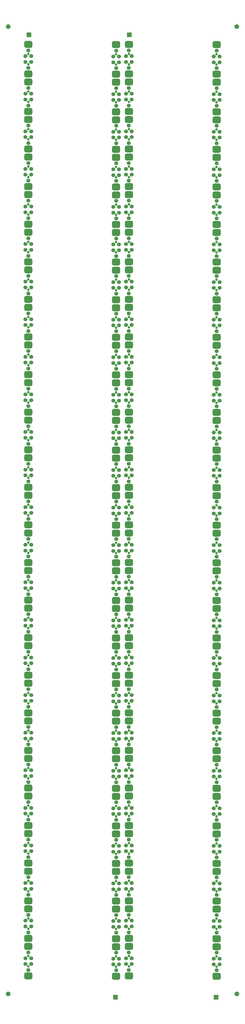
<source format=gbs>
G04 #@! TF.GenerationSoftware,KiCad,Pcbnew,6.0.0-rc2-unknown-a17a58203b~144~ubuntu21.04.1*
G04 #@! TF.CreationDate,2022-06-23T18:37:22+02:00*
G04 #@! TF.ProjectId,out,6f75742e-6b69-4636-9164-5f7063625858,rev?*
G04 #@! TF.SameCoordinates,Original*
G04 #@! TF.FileFunction,Soldermask,Bot*
G04 #@! TF.FilePolarity,Negative*
%FSLAX46Y46*%
G04 Gerber Fmt 4.6, Leading zero omitted, Abs format (unit mm)*
G04 Created by KiCad (PCBNEW 6.0.0-rc2-unknown-a17a58203b~144~ubuntu21.04.1) date 2022-06-23 18:37:22*
%MOMM*%
%LPD*%
G01*
G04 APERTURE LIST*
G04 Aperture macros list*
%AMRoundRect*
0 Rectangle with rounded corners*
0 $1 Rounding radius*
0 $2 $3 $4 $5 $6 $7 $8 $9 X,Y pos of 4 corners*
0 Add a 4 corners polygon primitive as box body*
4,1,4,$2,$3,$4,$5,$6,$7,$8,$9,$2,$3,0*
0 Add four circle primitives for the rounded corners*
1,1,$1+$1,$2,$3*
1,1,$1+$1,$4,$5*
1,1,$1+$1,$6,$7*
1,1,$1+$1,$8,$9*
0 Add four rect primitives between the rounded corners*
20,1,$1+$1,$2,$3,$4,$5,0*
20,1,$1+$1,$4,$5,$6,$7,0*
20,1,$1+$1,$6,$7,$8,$9,0*
20,1,$1+$1,$8,$9,$2,$3,0*%
G04 Aperture macros list end*
%ADD10RoundRect,0.750000X1.000060X0.750000X-1.000060X0.750000X-1.000060X-0.750000X1.000060X-0.750000X0*%
%ADD11O,3.500120X1.501140*%
%ADD12C,1.099820*%
%ADD13RoundRect,0.750000X-1.000060X-0.750000X1.000060X-0.750000X1.000060X0.750000X-1.000060X0.750000X0*%
%ADD14C,2.000000*%
%ADD15C,1.700000*%
%ADD16R,2.000000X2.000000*%
G04 APERTURE END LIST*
D10*
X94334999Y-252454999D03*
X94334999Y-239654999D03*
D11*
X94323179Y-240348839D03*
X94323179Y-251748359D03*
D12*
X94323179Y-248299039D03*
X94323179Y-243798159D03*
D11*
X12776820Y-158851639D03*
D13*
X12765000Y-158144999D03*
X12765000Y-170944999D03*
D11*
X12776820Y-170251159D03*
D12*
X12776820Y-162300959D03*
X12776820Y-166801839D03*
D11*
X56326820Y-240226639D03*
D13*
X56315000Y-252319999D03*
X56315000Y-239519999D03*
D11*
X56326820Y-251626159D03*
D12*
X56326820Y-243675959D03*
X56326820Y-248176839D03*
D11*
X56326820Y-305326640D03*
D13*
X56315000Y-304620000D03*
D11*
X56326820Y-316726160D03*
D13*
X56315000Y-317420000D03*
D12*
X56326820Y-308775960D03*
X56326820Y-313276840D03*
D11*
X94323179Y-28773839D03*
D10*
X94334999Y-40879999D03*
X94334999Y-28079999D03*
D11*
X94323179Y-40173359D03*
D12*
X94323179Y-36724039D03*
X94323179Y-32223159D03*
D11*
X56326820Y-105151160D03*
D13*
X56315000Y-93045000D03*
D11*
X56326820Y-93751640D03*
D13*
X56315000Y-105845000D03*
D12*
X56326820Y-97200960D03*
X56326820Y-101701840D03*
D11*
X94323179Y-333123359D03*
X94323179Y-321723839D03*
D10*
X94334999Y-333829999D03*
X94334999Y-321029999D03*
D12*
X94323179Y-329674039D03*
X94323179Y-325173159D03*
D11*
X94323179Y-414498359D03*
D10*
X94334999Y-402404999D03*
X94334999Y-415204999D03*
D11*
X94323179Y-403098839D03*
D12*
X94323179Y-411049039D03*
X94323179Y-406548159D03*
D11*
X50773179Y-207798839D03*
D10*
X50784999Y-207104999D03*
X50784999Y-219904999D03*
D11*
X50773179Y-219198359D03*
D12*
X50773179Y-215749039D03*
X50773179Y-211248159D03*
D11*
X94323179Y-349398360D03*
D10*
X94334999Y-337305000D03*
X94334999Y-350105000D03*
D11*
X94323179Y-337998840D03*
D12*
X94323179Y-345949040D03*
X94323179Y-341448160D03*
D13*
X56315000Y-268595000D03*
X56315000Y-255795000D03*
D11*
X56326820Y-256501640D03*
X56326820Y-267901160D03*
D12*
X56326820Y-259950960D03*
X56326820Y-264451840D03*
D10*
X50784999Y-89705000D03*
X50784999Y-76905000D03*
D11*
X50773179Y-88998360D03*
X50773179Y-77598840D03*
D12*
X50773179Y-85549040D03*
X50773179Y-81048160D03*
D11*
X12776820Y-28651639D03*
X12776820Y-40051159D03*
D13*
X12765000Y-27944999D03*
X12765000Y-40744999D03*
D12*
X12776820Y-32100959D03*
X12776820Y-36601839D03*
D11*
X50773179Y-337998840D03*
D10*
X50784999Y-350105000D03*
D11*
X50773179Y-349398360D03*
D10*
X50784999Y-337305000D03*
D12*
X50773179Y-345949040D03*
X50773179Y-341448160D03*
D13*
X56315000Y-57020000D03*
D11*
X56326820Y-56326160D03*
X56326820Y-44926640D03*
D13*
X56315000Y-44220000D03*
D12*
X56326820Y-48375960D03*
X56326820Y-52876840D03*
D11*
X50773179Y-110148840D03*
D10*
X50784999Y-122255000D03*
X50784999Y-109455000D03*
D11*
X50773179Y-121548360D03*
D12*
X50773179Y-118099040D03*
X50773179Y-113598160D03*
D11*
X56326820Y-386701640D03*
D13*
X56315000Y-398795000D03*
D11*
X56326820Y-398101160D03*
D13*
X56315000Y-385995000D03*
D12*
X56326820Y-390150960D03*
X56326820Y-394651840D03*
D11*
X50773179Y-235473359D03*
D10*
X50784999Y-223379999D03*
D11*
X50773179Y-224073839D03*
D10*
X50784999Y-236179999D03*
D12*
X50773179Y-232024039D03*
X50773179Y-227523159D03*
D13*
X12765000Y-366244999D03*
D11*
X12776820Y-354151639D03*
X12776820Y-365551159D03*
D13*
X12765000Y-353444999D03*
D12*
X12776820Y-357600959D03*
X12776820Y-362101839D03*
D10*
X94334999Y-109455000D03*
X94334999Y-122255000D03*
D11*
X94323179Y-110148840D03*
X94323179Y-121548360D03*
D12*
X94323179Y-118099040D03*
X94323179Y-113598160D03*
D10*
X94334999Y-207104999D03*
X94334999Y-219904999D03*
D11*
X94323179Y-219198359D03*
X94323179Y-207798839D03*
D12*
X94323179Y-215749039D03*
X94323179Y-211248159D03*
D11*
X12776820Y-414376159D03*
D13*
X12765000Y-415069999D03*
X12765000Y-402269999D03*
D11*
X12776820Y-402976639D03*
D12*
X12776820Y-406425959D03*
X12776820Y-410926839D03*
D10*
X94334999Y-11805000D03*
X94334999Y-24605000D03*
D11*
X94323179Y-23898360D03*
X94323179Y-12498840D03*
D12*
X94323179Y-20449040D03*
X94323179Y-15948160D03*
D11*
X56326820Y-333001159D03*
X56326820Y-321601639D03*
D13*
X56315000Y-320894999D03*
X56315000Y-333694999D03*
D12*
X56326820Y-325050959D03*
X56326820Y-329551839D03*
D11*
X94323179Y-268023360D03*
D10*
X94334999Y-255930000D03*
D11*
X94323179Y-256623840D03*
D10*
X94334999Y-268730000D03*
D12*
X94323179Y-264574040D03*
X94323179Y-260073160D03*
D11*
X94323179Y-186648360D03*
D10*
X94334999Y-187355000D03*
X94334999Y-174555000D03*
D11*
X94323179Y-175248840D03*
D12*
X94323179Y-183199040D03*
X94323179Y-178698160D03*
D13*
X56315000Y-158144999D03*
D11*
X56326820Y-170251159D03*
D13*
X56315000Y-170944999D03*
D11*
X56326820Y-158851639D03*
D12*
X56326820Y-162300959D03*
X56326820Y-166801839D03*
D10*
X50784999Y-252454999D03*
D11*
X50773179Y-240348839D03*
X50773179Y-251748359D03*
D10*
X50784999Y-239654999D03*
D12*
X50773179Y-248299039D03*
X50773179Y-243798159D03*
D13*
X12765000Y-236044999D03*
D11*
X12776820Y-235351159D03*
D13*
X12765000Y-223244999D03*
D11*
X12776820Y-223951639D03*
D12*
X12776820Y-227400959D03*
X12776820Y-231901839D03*
D13*
X12765000Y-268595000D03*
D11*
X12776820Y-256501640D03*
X12776820Y-267901160D03*
D13*
X12765000Y-255795000D03*
D12*
X12776820Y-259950960D03*
X12776820Y-264451840D03*
D10*
X94334999Y-93180000D03*
D11*
X94323179Y-93873840D03*
X94323179Y-105273360D03*
D10*
X94334999Y-105980000D03*
D12*
X94323179Y-101824040D03*
X94323179Y-97323160D03*
D11*
X94323179Y-300573359D03*
D10*
X94334999Y-288479999D03*
D11*
X94323179Y-289173839D03*
D10*
X94334999Y-301279999D03*
D12*
X94323179Y-297124039D03*
X94323179Y-292623159D03*
D11*
X50773179Y-170373359D03*
X50773179Y-158973839D03*
D10*
X50784999Y-158279999D03*
X50784999Y-171079999D03*
D12*
X50773179Y-166924039D03*
X50773179Y-162423159D03*
D11*
X50773179Y-398223360D03*
X50773179Y-386823840D03*
D10*
X50784999Y-386130000D03*
X50784999Y-398930000D03*
D12*
X50773179Y-394774040D03*
X50773179Y-390273160D03*
D10*
X94334999Y-236179999D03*
D11*
X94323179Y-235473359D03*
X94323179Y-224073839D03*
D10*
X94334999Y-223379999D03*
D12*
X94323179Y-232024039D03*
X94323179Y-227523159D03*
D11*
X50773179Y-202923359D03*
X50773179Y-191523839D03*
D10*
X50784999Y-190829999D03*
X50784999Y-203629999D03*
D12*
X50773179Y-199474039D03*
X50773179Y-194973159D03*
D11*
X50773179Y-40173359D03*
D10*
X50784999Y-40879999D03*
X50784999Y-28079999D03*
D11*
X50773179Y-28773839D03*
D12*
X50773179Y-36724039D03*
X50773179Y-32223159D03*
D11*
X50773179Y-23898360D03*
X50773179Y-12498840D03*
D10*
X50784999Y-24605000D03*
X50784999Y-11805000D03*
D12*
X50773179Y-20449040D03*
X50773179Y-15948160D03*
D13*
X12765000Y-89570000D03*
D11*
X12776820Y-88876160D03*
X12776820Y-77476640D03*
D13*
X12765000Y-76770000D03*
D12*
X12776820Y-80925960D03*
X12776820Y-85426840D03*
D13*
X56315000Y-415069999D03*
X56315000Y-402269999D03*
D11*
X56326820Y-414376159D03*
X56326820Y-402976639D03*
D12*
X56326820Y-406425959D03*
X56326820Y-410926839D03*
D13*
X56315000Y-206969999D03*
D11*
X56326820Y-207676639D03*
D13*
X56315000Y-219769999D03*
D11*
X56326820Y-219076159D03*
D12*
X56326820Y-211125959D03*
X56326820Y-215626839D03*
D13*
X56315000Y-190694999D03*
D11*
X56326820Y-202801159D03*
X56326820Y-191401639D03*
D13*
X56315000Y-203494999D03*
D12*
X56326820Y-194850959D03*
X56326820Y-199351839D03*
D11*
X50773179Y-256623840D03*
D10*
X50784999Y-268730000D03*
X50784999Y-255930000D03*
D11*
X50773179Y-268023360D03*
D12*
X50773179Y-264574040D03*
X50773179Y-260073160D03*
D11*
X56326820Y-88876160D03*
D13*
X56315000Y-89570000D03*
D11*
X56326820Y-77476640D03*
D13*
X56315000Y-76770000D03*
D12*
X56326820Y-80925960D03*
X56326820Y-85426840D03*
D10*
X50784999Y-317555000D03*
D11*
X50773179Y-316848360D03*
X50773179Y-305448840D03*
D10*
X50784999Y-304755000D03*
D12*
X50773179Y-313399040D03*
X50773179Y-308898160D03*
D11*
X12776820Y-153976159D03*
D13*
X12765000Y-141869999D03*
X12765000Y-154669999D03*
D11*
X12776820Y-142576639D03*
D12*
X12776820Y-146025959D03*
X12776820Y-150526839D03*
D10*
X50784999Y-154804999D03*
D11*
X50773179Y-142698839D03*
D10*
X50784999Y-142004999D03*
D11*
X50773179Y-154098359D03*
D12*
X50773179Y-150649039D03*
X50773179Y-146148159D03*
D11*
X56326820Y-126301639D03*
D13*
X56315000Y-125594999D03*
D11*
X56326820Y-137701159D03*
D13*
X56315000Y-138394999D03*
D12*
X56326820Y-129750959D03*
X56326820Y-134251839D03*
D14*
X103100000Y-422880000D03*
D11*
X12776820Y-337876640D03*
X12776820Y-349276160D03*
D13*
X12765000Y-349970000D03*
X12765000Y-337170000D03*
D12*
X12776820Y-341325960D03*
X12776820Y-345826840D03*
D11*
X50773179Y-321723839D03*
X50773179Y-333123359D03*
D10*
X50784999Y-333829999D03*
X50784999Y-321029999D03*
D12*
X50773179Y-329674039D03*
X50773179Y-325173159D03*
D10*
X50784999Y-301279999D03*
D11*
X50773179Y-300573359D03*
D10*
X50784999Y-288479999D03*
D11*
X50773179Y-289173839D03*
D12*
X50773179Y-297124039D03*
X50773179Y-292623159D03*
D11*
X94323179Y-77598840D03*
D10*
X94334999Y-89705000D03*
D11*
X94323179Y-88998360D03*
D10*
X94334999Y-76905000D03*
D12*
X94323179Y-85549040D03*
X94323179Y-81048160D03*
D11*
X94323179Y-137823359D03*
D10*
X94334999Y-125729999D03*
D11*
X94323179Y-126423839D03*
D10*
X94334999Y-138529999D03*
D12*
X94323179Y-134374039D03*
X94323179Y-129873159D03*
D14*
X103100000Y-4000000D03*
D13*
X56315000Y-301144999D03*
X56315000Y-288344999D03*
D11*
X56326820Y-289051639D03*
X56326820Y-300451159D03*
D12*
X56326820Y-292500959D03*
X56326820Y-297001839D03*
D11*
X12776820Y-305326640D03*
D13*
X12765000Y-304620000D03*
D11*
X12776820Y-316726160D03*
D13*
X12765000Y-317420000D03*
D12*
X12776820Y-308775960D03*
X12776820Y-313276840D03*
D13*
X56315000Y-187220000D03*
D11*
X56326820Y-175126640D03*
D13*
X56315000Y-174420000D03*
D11*
X56326820Y-186526160D03*
D12*
X56326820Y-178575960D03*
X56326820Y-183076840D03*
D11*
X56326820Y-354151639D03*
D13*
X56315000Y-366244999D03*
X56315000Y-353444999D03*
D11*
X56326820Y-365551159D03*
D12*
X56326820Y-357600959D03*
X56326820Y-362101839D03*
D11*
X12776820Y-386701640D03*
D13*
X12765000Y-398795000D03*
X12765000Y-385995000D03*
D11*
X12776820Y-398101160D03*
D12*
X12776820Y-390150960D03*
X12776820Y-394651840D03*
D11*
X56326820Y-349276160D03*
X56326820Y-337876640D03*
D13*
X56315000Y-349970000D03*
X56315000Y-337170000D03*
D12*
X56326820Y-341325960D03*
X56326820Y-345826840D03*
D11*
X94323179Y-191523839D03*
X94323179Y-202923359D03*
D10*
X94334999Y-190829999D03*
X94334999Y-203629999D03*
D12*
X94323179Y-199474039D03*
X94323179Y-194973159D03*
D11*
X56326820Y-153976159D03*
D13*
X56315000Y-154669999D03*
X56315000Y-141869999D03*
D11*
X56326820Y-142576639D03*
D12*
X56326820Y-146025959D03*
X56326820Y-150526839D03*
D10*
X50784999Y-187355000D03*
X50784999Y-174555000D03*
D11*
X50773179Y-175248840D03*
X50773179Y-186648360D03*
D12*
X50773179Y-183199040D03*
X50773179Y-178698160D03*
D13*
X56315000Y-223244999D03*
D11*
X56326820Y-223951639D03*
X56326820Y-235351159D03*
D13*
X56315000Y-236044999D03*
D12*
X56326820Y-227400959D03*
X56326820Y-231901839D03*
D13*
X12765000Y-206969999D03*
D11*
X12776820Y-207676639D03*
X12776820Y-219076159D03*
D13*
X12765000Y-219769999D03*
D12*
X12776820Y-211125959D03*
X12776820Y-215626839D03*
D13*
X56315000Y-382519999D03*
D11*
X56326820Y-381826159D03*
X56326820Y-370426639D03*
D13*
X56315000Y-369719999D03*
D12*
X56326820Y-373875959D03*
X56326820Y-378376839D03*
D10*
X94334999Y-353579999D03*
D11*
X94323179Y-365673359D03*
D10*
X94334999Y-366379999D03*
D11*
X94323179Y-354273839D03*
D12*
X94323179Y-362224039D03*
X94323179Y-357723159D03*
D11*
X12776820Y-251626159D03*
X12776820Y-240226639D03*
D13*
X12765000Y-239519999D03*
X12765000Y-252319999D03*
D12*
X12776820Y-243675959D03*
X12776820Y-248176839D03*
D11*
X12776820Y-191401639D03*
D13*
X12765000Y-203494999D03*
D11*
X12776820Y-202801159D03*
D13*
X12765000Y-190694999D03*
D12*
X12776820Y-194850959D03*
X12776820Y-199351839D03*
D11*
X56326820Y-110026640D03*
D13*
X56315000Y-109320000D03*
X56315000Y-122120000D03*
D11*
X56326820Y-121426160D03*
D12*
X56326820Y-113475960D03*
X56326820Y-117976840D03*
D11*
X12776820Y-105151160D03*
D13*
X12765000Y-93045000D03*
D11*
X12776820Y-93751640D03*
D13*
X12765000Y-105845000D03*
D12*
X12776820Y-97200960D03*
X12776820Y-101701840D03*
D13*
X12765000Y-122120000D03*
X12765000Y-109320000D03*
D11*
X12776820Y-110026640D03*
X12776820Y-121426160D03*
D12*
X12776820Y-113475960D03*
X12776820Y-117976840D03*
D13*
X12765000Y-288344999D03*
D11*
X12776820Y-289051639D03*
X12776820Y-300451159D03*
D13*
X12765000Y-301144999D03*
D12*
X12776820Y-292500959D03*
X12776820Y-297001839D03*
D10*
X50784999Y-60629999D03*
D11*
X50773179Y-61323839D03*
D10*
X50784999Y-73429999D03*
D11*
X50773179Y-72723359D03*
D12*
X50773179Y-69274039D03*
X50773179Y-64773159D03*
D11*
X94323179Y-386823840D03*
X94323179Y-398223360D03*
D10*
X94334999Y-386130000D03*
X94334999Y-398930000D03*
D12*
X94323179Y-394774040D03*
X94323179Y-390273160D03*
D10*
X50784999Y-44355000D03*
D11*
X50773179Y-45048840D03*
X50773179Y-56448360D03*
D10*
X50784999Y-57155000D03*
D12*
X50773179Y-52999040D03*
X50773179Y-48498160D03*
D11*
X56326820Y-12376640D03*
D13*
X56315000Y-24470000D03*
D11*
X56326820Y-23776160D03*
D13*
X56315000Y-11670000D03*
D12*
X56326820Y-15825960D03*
X56326820Y-20326840D03*
D10*
X50784999Y-402404999D03*
D11*
X50773179Y-414498359D03*
X50773179Y-403098839D03*
D10*
X50784999Y-415204999D03*
D12*
X50773179Y-411049039D03*
X50773179Y-406548159D03*
D13*
X12765000Y-60494999D03*
X12765000Y-73294999D03*
D11*
X12776820Y-72601159D03*
X12776820Y-61201639D03*
D12*
X12776820Y-64650959D03*
X12776820Y-69151839D03*
D10*
X50784999Y-366379999D03*
D11*
X50773179Y-365673359D03*
X50773179Y-354273839D03*
D10*
X50784999Y-353579999D03*
D12*
X50773179Y-362224039D03*
X50773179Y-357723159D03*
D11*
X56326820Y-28651639D03*
X56326820Y-40051159D03*
D13*
X56315000Y-40744999D03*
X56315000Y-27944999D03*
D12*
X56326820Y-32100959D03*
X56326820Y-36601839D03*
D11*
X12776820Y-321601639D03*
D13*
X12765000Y-320894999D03*
D11*
X12776820Y-333001159D03*
D13*
X12765000Y-333694999D03*
D12*
X12776820Y-325050959D03*
X12776820Y-329551839D03*
D14*
X4000000Y-4000000D03*
D11*
X12776820Y-12376640D03*
X12776820Y-23776160D03*
D13*
X12765000Y-24470000D03*
X12765000Y-11670000D03*
D12*
X12776820Y-15825960D03*
X12776820Y-20326840D03*
D11*
X94323179Y-381948359D03*
X94323179Y-370548839D03*
D10*
X94334999Y-382654999D03*
X94334999Y-369854999D03*
D12*
X94323179Y-378499039D03*
X94323179Y-373998159D03*
D13*
X12765000Y-382519999D03*
D11*
X12776820Y-370426639D03*
X12776820Y-381826159D03*
D13*
X12765000Y-369719999D03*
D12*
X12776820Y-373875959D03*
X12776820Y-378376839D03*
D11*
X94323179Y-316848360D03*
D10*
X94334999Y-304755000D03*
D11*
X94323179Y-305448840D03*
D10*
X94334999Y-317555000D03*
D12*
X94323179Y-313399040D03*
X94323179Y-308898160D03*
D13*
X12765000Y-272069999D03*
D11*
X12776820Y-272776639D03*
X12776820Y-284176159D03*
D13*
X12765000Y-284869999D03*
D12*
X12776820Y-276225959D03*
X12776820Y-280726839D03*
D10*
X94334999Y-57155000D03*
D11*
X94323179Y-45048840D03*
D10*
X94334999Y-44355000D03*
D11*
X94323179Y-56448360D03*
D12*
X94323179Y-52999040D03*
X94323179Y-48498160D03*
D11*
X12776820Y-186526160D03*
D13*
X12765000Y-174420000D03*
X12765000Y-187220000D03*
D11*
X12776820Y-175126640D03*
D12*
X12776820Y-178575960D03*
X12776820Y-183076840D03*
D10*
X50784999Y-369854999D03*
D11*
X50773179Y-370548839D03*
D10*
X50784999Y-382654999D03*
D11*
X50773179Y-381948359D03*
D12*
X50773179Y-378499039D03*
X50773179Y-373998159D03*
D11*
X12776820Y-56326160D03*
D13*
X12765000Y-44220000D03*
X12765000Y-57020000D03*
D11*
X12776820Y-44926640D03*
D12*
X12776820Y-48375960D03*
X12776820Y-52876840D03*
D11*
X94323179Y-154098359D03*
X94323179Y-142698839D03*
D10*
X94334999Y-142004999D03*
X94334999Y-154804999D03*
D12*
X94323179Y-150649039D03*
X94323179Y-146148159D03*
D10*
X50784999Y-138529999D03*
D11*
X50773179Y-126423839D03*
X50773179Y-137823359D03*
D10*
X50784999Y-125729999D03*
D12*
X50773179Y-134374039D03*
X50773179Y-129873159D03*
D10*
X94334999Y-158279999D03*
D11*
X94323179Y-170373359D03*
X94323179Y-158973839D03*
D10*
X94334999Y-171079999D03*
D12*
X94323179Y-166924039D03*
X94323179Y-162423159D03*
D11*
X50773179Y-284298359D03*
D10*
X50784999Y-272204999D03*
X50784999Y-285004999D03*
D11*
X50773179Y-272898839D03*
D12*
X50773179Y-280849039D03*
X50773179Y-276348159D03*
D11*
X94323179Y-272898839D03*
D10*
X94334999Y-285004999D03*
X94334999Y-272204999D03*
D11*
X94323179Y-284298359D03*
D12*
X94323179Y-280849039D03*
X94323179Y-276348159D03*
D11*
X56326820Y-284176159D03*
D13*
X56315000Y-284869999D03*
D11*
X56326820Y-272776639D03*
D13*
X56315000Y-272069999D03*
D12*
X56326820Y-276225959D03*
X56326820Y-280726839D03*
D11*
X56326820Y-61201639D03*
D13*
X56315000Y-60494999D03*
X56315000Y-73294999D03*
D11*
X56326820Y-72601159D03*
D12*
X56326820Y-64650959D03*
X56326820Y-69151839D03*
D14*
X4000000Y-422880000D03*
D11*
X50773179Y-93873840D03*
D10*
X50784999Y-93180000D03*
X50784999Y-105980000D03*
D11*
X50773179Y-105273360D03*
D12*
X50773179Y-101824040D03*
X50773179Y-97323160D03*
D10*
X94334999Y-73429999D03*
D11*
X94323179Y-72723359D03*
X94323179Y-61323839D03*
D10*
X94334999Y-60629999D03*
D12*
X94323179Y-69274039D03*
X94323179Y-64773159D03*
D11*
X12776820Y-137701159D03*
D13*
X12765000Y-125594999D03*
D11*
X12776820Y-126301639D03*
D13*
X12765000Y-138394999D03*
D12*
X12776820Y-129750959D03*
X12776820Y-134251839D03*
D15*
X56290000Y-95665000D03*
X57540000Y-98170000D03*
X57540000Y-100670000D03*
X56290000Y-103275000D03*
X55040000Y-98170000D03*
X55040000Y-100670000D03*
X50809999Y-233559999D03*
X49559999Y-231054999D03*
X49559999Y-228554999D03*
X50809999Y-225949999D03*
X52059999Y-231054999D03*
X52059999Y-228554999D03*
X50809999Y-87085000D03*
X49559999Y-84580000D03*
X49559999Y-82080000D03*
X50809999Y-79475000D03*
X52059999Y-84580000D03*
X52059999Y-82080000D03*
X12740000Y-372339999D03*
X13990000Y-374844999D03*
X13990000Y-377344999D03*
X12740000Y-379949999D03*
X11490000Y-374844999D03*
X11490000Y-377344999D03*
X12740000Y-177040000D03*
X13990000Y-179545000D03*
X13990000Y-182045000D03*
X12740000Y-184650000D03*
X11490000Y-179545000D03*
X11490000Y-182045000D03*
X12740000Y-290964999D03*
X13990000Y-293469999D03*
X13990000Y-295969999D03*
X12740000Y-298574999D03*
X11490000Y-293469999D03*
X11490000Y-295969999D03*
X12740000Y-258415000D03*
X13990000Y-260920000D03*
X13990000Y-263420000D03*
X12740000Y-266025000D03*
X11490000Y-260920000D03*
X11490000Y-263420000D03*
X12740000Y-404889999D03*
X13990000Y-407394999D03*
X13990000Y-409894999D03*
X12740000Y-412499999D03*
X11490000Y-407394999D03*
X11490000Y-409894999D03*
X56290000Y-193314999D03*
X57540000Y-195819999D03*
X57540000Y-198319999D03*
X56290000Y-200924999D03*
X55040000Y-195819999D03*
X55040000Y-198319999D03*
X12740000Y-46840000D03*
X13990000Y-49345000D03*
X13990000Y-51845000D03*
X12740000Y-54450000D03*
X11490000Y-49345000D03*
X11490000Y-51845000D03*
X56290000Y-111940000D03*
X57540000Y-114445000D03*
X57540000Y-116945000D03*
X56290000Y-119550000D03*
X55040000Y-114445000D03*
X55040000Y-116945000D03*
X12740000Y-193314999D03*
X13990000Y-195819999D03*
X13990000Y-198319999D03*
X12740000Y-200924999D03*
X11490000Y-195819999D03*
X11490000Y-198319999D03*
X94359999Y-135909999D03*
X93109999Y-133404999D03*
X93109999Y-130904999D03*
X94359999Y-128299999D03*
X95609999Y-133404999D03*
X95609999Y-130904999D03*
X94359999Y-103360000D03*
X93109999Y-100855000D03*
X93109999Y-98355000D03*
X94359999Y-95750000D03*
X95609999Y-100855000D03*
X95609999Y-98355000D03*
X50809999Y-184735000D03*
X49559999Y-182230000D03*
X49559999Y-179730000D03*
X50809999Y-177125000D03*
X52059999Y-182230000D03*
X52059999Y-179730000D03*
X12740000Y-356064999D03*
X13990000Y-358569999D03*
X13990000Y-361069999D03*
X12740000Y-363674999D03*
X11490000Y-358569999D03*
X11490000Y-361069999D03*
X94359999Y-347485000D03*
X93109999Y-344980000D03*
X93109999Y-342480000D03*
X94359999Y-339875000D03*
X95609999Y-344980000D03*
X95609999Y-342480000D03*
X94359999Y-331209999D03*
X93109999Y-328704999D03*
X93109999Y-326204999D03*
X94359999Y-323599999D03*
X95609999Y-328704999D03*
X95609999Y-326204999D03*
X94359999Y-168459999D03*
X93109999Y-165954999D03*
X93109999Y-163454999D03*
X94359999Y-160849999D03*
X95609999Y-165954999D03*
X95609999Y-163454999D03*
X94359999Y-233559999D03*
X93109999Y-231054999D03*
X93109999Y-228554999D03*
X94359999Y-225949999D03*
X95609999Y-231054999D03*
X95609999Y-228554999D03*
X56290000Y-290964999D03*
X57540000Y-293469999D03*
X57540000Y-295969999D03*
X56290000Y-298574999D03*
X55040000Y-293469999D03*
X55040000Y-295969999D03*
X94359999Y-412584999D03*
X93109999Y-410079999D03*
X93109999Y-407579999D03*
X94359999Y-404974999D03*
X95609999Y-410079999D03*
X95609999Y-407579999D03*
X12740000Y-323514999D03*
X13990000Y-326019999D03*
X13990000Y-328519999D03*
X12740000Y-331124999D03*
X11490000Y-326019999D03*
X11490000Y-328519999D03*
X12740000Y-111940000D03*
X13990000Y-114445000D03*
X13990000Y-116945000D03*
X12740000Y-119550000D03*
X11490000Y-114445000D03*
X11490000Y-116945000D03*
X50809999Y-54535000D03*
X49559999Y-52030000D03*
X49559999Y-49530000D03*
X50809999Y-46925000D03*
X52059999Y-52030000D03*
X52059999Y-49530000D03*
X94359999Y-266110000D03*
X93109999Y-263605000D03*
X93109999Y-261105000D03*
X94359999Y-258500000D03*
X95609999Y-263605000D03*
X95609999Y-261105000D03*
X56290000Y-339790000D03*
X57540000Y-342295000D03*
X57540000Y-344795000D03*
X56290000Y-347400000D03*
X55040000Y-342295000D03*
X55040000Y-344795000D03*
X94359999Y-217284999D03*
X93109999Y-214779999D03*
X93109999Y-212279999D03*
X94359999Y-209674999D03*
X95609999Y-214779999D03*
X95609999Y-212279999D03*
X12740000Y-14290000D03*
X13990000Y-16795000D03*
X13990000Y-19295000D03*
X12740000Y-21900000D03*
X11490000Y-16795000D03*
X11490000Y-19295000D03*
X94359999Y-363759999D03*
X93109999Y-361254999D03*
X93109999Y-358754999D03*
X94359999Y-356149999D03*
X95609999Y-361254999D03*
X95609999Y-358754999D03*
X56290000Y-225864999D03*
X57540000Y-228369999D03*
X57540000Y-230869999D03*
X56290000Y-233474999D03*
X55040000Y-228369999D03*
X55040000Y-230869999D03*
X12740000Y-274689999D03*
X13990000Y-277194999D03*
X13990000Y-279694999D03*
X12740000Y-282299999D03*
X11490000Y-277194999D03*
X11490000Y-279694999D03*
X94359999Y-54535000D03*
X93109999Y-52030000D03*
X93109999Y-49530000D03*
X94359999Y-46925000D03*
X95609999Y-52030000D03*
X95609999Y-49530000D03*
X56290000Y-404889999D03*
X57540000Y-407394999D03*
X57540000Y-409894999D03*
X56290000Y-412499999D03*
X55040000Y-407394999D03*
X55040000Y-409894999D03*
X50809999Y-412584999D03*
X49559999Y-410079999D03*
X49559999Y-407579999D03*
X50809999Y-404974999D03*
X52059999Y-410079999D03*
X52059999Y-407579999D03*
X56290000Y-30564999D03*
X57540000Y-33069999D03*
X57540000Y-35569999D03*
X56290000Y-38174999D03*
X55040000Y-33069999D03*
X55040000Y-35569999D03*
X50809999Y-282384999D03*
X49559999Y-279879999D03*
X49559999Y-277379999D03*
X50809999Y-274774999D03*
X52059999Y-279879999D03*
X52059999Y-277379999D03*
X50809999Y-103360000D03*
X49559999Y-100855000D03*
X49559999Y-98355000D03*
X50809999Y-95750000D03*
X52059999Y-100855000D03*
X52059999Y-98355000D03*
X50809999Y-298659999D03*
X49559999Y-296154999D03*
X49559999Y-293654999D03*
X50809999Y-291049999D03*
X52059999Y-296154999D03*
X52059999Y-293654999D03*
X12740000Y-95665000D03*
X13990000Y-98170000D03*
X13990000Y-100670000D03*
X12740000Y-103275000D03*
X11490000Y-98170000D03*
X11490000Y-100670000D03*
X56290000Y-14290000D03*
X57540000Y-16795000D03*
X57540000Y-19295000D03*
X56290000Y-21900000D03*
X55040000Y-16795000D03*
X55040000Y-19295000D03*
X12740000Y-160764999D03*
X13990000Y-163269999D03*
X13990000Y-165769999D03*
X12740000Y-168374999D03*
X11490000Y-163269999D03*
X11490000Y-165769999D03*
D16*
X56550000Y-7575000D03*
D15*
X56290000Y-46840000D03*
X57540000Y-49345000D03*
X57540000Y-51845000D03*
X56290000Y-54450000D03*
X55040000Y-49345000D03*
X55040000Y-51845000D03*
X94359999Y-396310000D03*
X93109999Y-393805000D03*
X93109999Y-391305000D03*
X94359999Y-388700000D03*
X95609999Y-393805000D03*
X95609999Y-391305000D03*
X12740000Y-209589999D03*
X13990000Y-212094999D03*
X13990000Y-214594999D03*
X12740000Y-217199999D03*
X11490000Y-212094999D03*
X11490000Y-214594999D03*
X56290000Y-372339999D03*
X57540000Y-374844999D03*
X57540000Y-377344999D03*
X56290000Y-379949999D03*
X55040000Y-374844999D03*
X55040000Y-377344999D03*
X56290000Y-128214999D03*
X57540000Y-130719999D03*
X57540000Y-133219999D03*
X56290000Y-135824999D03*
X55040000Y-130719999D03*
X55040000Y-133219999D03*
X50809999Y-266110000D03*
X49559999Y-263605000D03*
X49559999Y-261105000D03*
X50809999Y-258500000D03*
X52059999Y-263605000D03*
X52059999Y-261105000D03*
X56290000Y-209589999D03*
X57540000Y-212094999D03*
X57540000Y-214594999D03*
X56290000Y-217199999D03*
X55040000Y-212094999D03*
X55040000Y-214594999D03*
X94359999Y-119635000D03*
X93109999Y-117130000D03*
X93109999Y-114630000D03*
X94359999Y-112025000D03*
X95609999Y-117130000D03*
X95609999Y-114630000D03*
X94359999Y-21985000D03*
X93109999Y-19480000D03*
X93109999Y-16980000D03*
X94359999Y-14375000D03*
X95609999Y-19480000D03*
X95609999Y-16980000D03*
X50809999Y-314935000D03*
X49559999Y-312430000D03*
X49559999Y-309930000D03*
X50809999Y-307325000D03*
X52059999Y-312430000D03*
X52059999Y-309930000D03*
X56290000Y-160764999D03*
X57540000Y-163269999D03*
X57540000Y-165769999D03*
X56290000Y-168374999D03*
X55040000Y-163269999D03*
X55040000Y-165769999D03*
X12740000Y-339790000D03*
X13990000Y-342295000D03*
X13990000Y-344795000D03*
X12740000Y-347400000D03*
X11490000Y-342295000D03*
X11490000Y-344795000D03*
X50809999Y-135909999D03*
X49559999Y-133404999D03*
X49559999Y-130904999D03*
X50809999Y-128299999D03*
X52059999Y-133404999D03*
X52059999Y-130904999D03*
X56290000Y-177040000D03*
X57540000Y-179545000D03*
X57540000Y-182045000D03*
X56290000Y-184650000D03*
X55040000Y-179545000D03*
X55040000Y-182045000D03*
X50809999Y-168459999D03*
X49559999Y-165954999D03*
X49559999Y-163454999D03*
X50809999Y-160849999D03*
X52059999Y-165954999D03*
X52059999Y-163454999D03*
X50809999Y-201009999D03*
X49559999Y-198504999D03*
X49559999Y-196004999D03*
X50809999Y-193399999D03*
X52059999Y-198504999D03*
X52059999Y-196004999D03*
X56290000Y-307240000D03*
X57540000Y-309745000D03*
X57540000Y-312245000D03*
X56290000Y-314850000D03*
X55040000Y-309745000D03*
X55040000Y-312245000D03*
X94359999Y-282384999D03*
X93109999Y-279879999D03*
X93109999Y-277379999D03*
X94359999Y-274774999D03*
X95609999Y-279879999D03*
X95609999Y-277379999D03*
X56290000Y-323514999D03*
X57540000Y-326019999D03*
X57540000Y-328519999D03*
X56290000Y-331124999D03*
X55040000Y-326019999D03*
X55040000Y-328519999D03*
X50809999Y-217284999D03*
X49559999Y-214779999D03*
X49559999Y-212279999D03*
X50809999Y-209674999D03*
X52059999Y-214779999D03*
X52059999Y-212279999D03*
X12740000Y-144489999D03*
X13990000Y-146994999D03*
X13990000Y-149494999D03*
X12740000Y-152099999D03*
X11490000Y-146994999D03*
X11490000Y-149494999D03*
X12740000Y-79390000D03*
X13990000Y-81895000D03*
X13990000Y-84395000D03*
X12740000Y-87000000D03*
X11490000Y-81895000D03*
X11490000Y-84395000D03*
X94359999Y-380034999D03*
X93109999Y-377529999D03*
X93109999Y-375029999D03*
X94359999Y-372424999D03*
X95609999Y-377529999D03*
X95609999Y-375029999D03*
X50809999Y-70809999D03*
X49559999Y-68304999D03*
X49559999Y-65804999D03*
X50809999Y-63199999D03*
X52059999Y-68304999D03*
X52059999Y-65804999D03*
X94359999Y-249834999D03*
X93109999Y-247329999D03*
X93109999Y-244829999D03*
X94359999Y-242224999D03*
X95609999Y-247329999D03*
X95609999Y-244829999D03*
X94359999Y-87085000D03*
X93109999Y-84580000D03*
X93109999Y-82080000D03*
X94359999Y-79475000D03*
X95609999Y-84580000D03*
X95609999Y-82080000D03*
X94359999Y-314935000D03*
X93109999Y-312430000D03*
X93109999Y-309930000D03*
X94359999Y-307325000D03*
X95609999Y-312430000D03*
X95609999Y-309930000D03*
X12740000Y-225864999D03*
X13990000Y-228369999D03*
X13990000Y-230869999D03*
X12740000Y-233474999D03*
X11490000Y-228369999D03*
X11490000Y-230869999D03*
X94359999Y-38259999D03*
X93109999Y-35754999D03*
X93109999Y-33254999D03*
X94359999Y-30649999D03*
X95609999Y-35754999D03*
X95609999Y-33254999D03*
X56290000Y-242139999D03*
X57540000Y-244644999D03*
X57540000Y-247144999D03*
X56290000Y-249749999D03*
X55040000Y-244644999D03*
X55040000Y-247144999D03*
X56290000Y-274689999D03*
X57540000Y-277194999D03*
X57540000Y-279694999D03*
X56290000Y-282299999D03*
X55040000Y-277194999D03*
X55040000Y-279694999D03*
X56290000Y-63114999D03*
X57540000Y-65619999D03*
X57540000Y-68119999D03*
X56290000Y-70724999D03*
X55040000Y-65619999D03*
X55040000Y-68119999D03*
X50809999Y-363759999D03*
X49559999Y-361254999D03*
X49559999Y-358754999D03*
X50809999Y-356149999D03*
X52059999Y-361254999D03*
X52059999Y-358754999D03*
X50809999Y-38259999D03*
X49559999Y-35754999D03*
X49559999Y-33254999D03*
X50809999Y-30649999D03*
X52059999Y-35754999D03*
X52059999Y-33254999D03*
X50809999Y-380034999D03*
X49559999Y-377529999D03*
X49559999Y-375029999D03*
X50809999Y-372424999D03*
X52059999Y-377529999D03*
X52059999Y-375029999D03*
X50809999Y-249834999D03*
X49559999Y-247329999D03*
X49559999Y-244829999D03*
X50809999Y-242224999D03*
X52059999Y-247329999D03*
X52059999Y-244829999D03*
X50809999Y-119635000D03*
X49559999Y-117130000D03*
X49559999Y-114630000D03*
X50809999Y-112025000D03*
X52059999Y-117130000D03*
X52059999Y-114630000D03*
D16*
X13000000Y-7575000D03*
D15*
X56290000Y-356064999D03*
X57540000Y-358569999D03*
X57540000Y-361069999D03*
X56290000Y-363674999D03*
X55040000Y-358569999D03*
X55040000Y-361069999D03*
X50809999Y-21985000D03*
X49559999Y-19480000D03*
X49559999Y-16980000D03*
X50809999Y-14375000D03*
X52059999Y-19480000D03*
X52059999Y-16980000D03*
X50809999Y-347485000D03*
X49559999Y-344980000D03*
X49559999Y-342480000D03*
X50809999Y-339875000D03*
X52059999Y-344980000D03*
X52059999Y-342480000D03*
X12740000Y-242139999D03*
X13990000Y-244644999D03*
X13990000Y-247144999D03*
X12740000Y-249749999D03*
X11490000Y-244644999D03*
X11490000Y-247144999D03*
X56290000Y-388615000D03*
X57540000Y-391120000D03*
X57540000Y-393620000D03*
X56290000Y-396225000D03*
X55040000Y-391120000D03*
X55040000Y-393620000D03*
X12740000Y-63114999D03*
X13990000Y-65619999D03*
X13990000Y-68119999D03*
X12740000Y-70724999D03*
X11490000Y-65619999D03*
X11490000Y-68119999D03*
D16*
X50530000Y-424325000D03*
D15*
X94359999Y-298659999D03*
X93109999Y-296154999D03*
X93109999Y-293654999D03*
X94359999Y-291049999D03*
X95609999Y-296154999D03*
X95609999Y-293654999D03*
X56290000Y-144489999D03*
X57540000Y-146994999D03*
X57540000Y-149494999D03*
X56290000Y-152099999D03*
X55040000Y-146994999D03*
X55040000Y-149494999D03*
X50809999Y-152184999D03*
X49559999Y-149679999D03*
X49559999Y-147179999D03*
X50809999Y-144574999D03*
X52059999Y-149679999D03*
X52059999Y-147179999D03*
X56290000Y-258415000D03*
X57540000Y-260920000D03*
X57540000Y-263420000D03*
X56290000Y-266025000D03*
X55040000Y-260920000D03*
X55040000Y-263420000D03*
D16*
X94080000Y-424325000D03*
D15*
X50809999Y-396310000D03*
X49559999Y-393805000D03*
X49559999Y-391305000D03*
X50809999Y-388700000D03*
X52059999Y-393805000D03*
X52059999Y-391305000D03*
X56290000Y-79390000D03*
X57540000Y-81895000D03*
X57540000Y-84395000D03*
X56290000Y-87000000D03*
X55040000Y-81895000D03*
X55040000Y-84395000D03*
X94359999Y-184735000D03*
X93109999Y-182230000D03*
X93109999Y-179730000D03*
X94359999Y-177125000D03*
X95609999Y-182230000D03*
X95609999Y-179730000D03*
X12740000Y-388615000D03*
X13990000Y-391120000D03*
X13990000Y-393620000D03*
X12740000Y-396225000D03*
X11490000Y-391120000D03*
X11490000Y-393620000D03*
X94359999Y-70809999D03*
X93109999Y-68304999D03*
X93109999Y-65804999D03*
X94359999Y-63199999D03*
X95609999Y-68304999D03*
X95609999Y-65804999D03*
X94359999Y-152184999D03*
X93109999Y-149679999D03*
X93109999Y-147179999D03*
X94359999Y-144574999D03*
X95609999Y-149679999D03*
X95609999Y-147179999D03*
X12740000Y-30564999D03*
X13990000Y-33069999D03*
X13990000Y-35569999D03*
X12740000Y-38174999D03*
X11490000Y-33069999D03*
X11490000Y-35569999D03*
X94359999Y-201009999D03*
X93109999Y-198504999D03*
X93109999Y-196004999D03*
X94359999Y-193399999D03*
X95609999Y-198504999D03*
X95609999Y-196004999D03*
X50809999Y-331209999D03*
X49559999Y-328704999D03*
X49559999Y-326204999D03*
X50809999Y-323599999D03*
X52059999Y-328704999D03*
X52059999Y-326204999D03*
X12740000Y-128214999D03*
X13990000Y-130719999D03*
X13990000Y-133219999D03*
X12740000Y-135824999D03*
X11490000Y-130719999D03*
X11490000Y-133219999D03*
X12740000Y-307240000D03*
X13990000Y-309745000D03*
X13990000Y-312245000D03*
X12740000Y-314850000D03*
X11490000Y-309745000D03*
X11490000Y-312245000D03*
M02*

</source>
